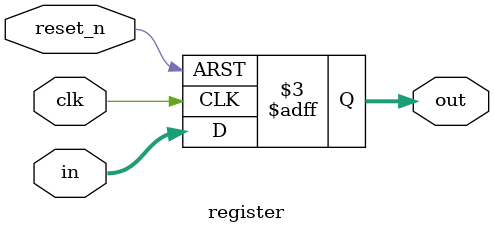
<source format=v>
module register(in, out, clk, reset_n);

parameter dw = 8;

input [dw-1:0] in;
input clk;
input reset_n;

output reg [dw-1:0] out;


always @(posedge clk or negedge reset_n)
begin
	if (!reset_n)
		out <= 0;
	else
		out <= in;
end

endmodule
</source>
